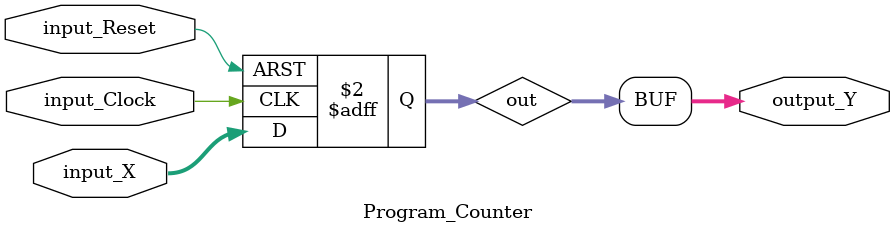
<source format=v>
`timescale 1ns / 1ps
module Program_Counter(
    input input_Clock,
	 input input_Reset,
    input [7:0] input_X,
    output [7:0] output_Y
    );
		
		reg [7:0] out;
		
		assign output_Y = out;
		
		always@(posedge input_Clock or posedge input_Reset) begin
			if(input_Reset) begin
				out = 8'b00000000;
			end
			else begin
				out = input_X;
			end
		end

endmodule

</source>
